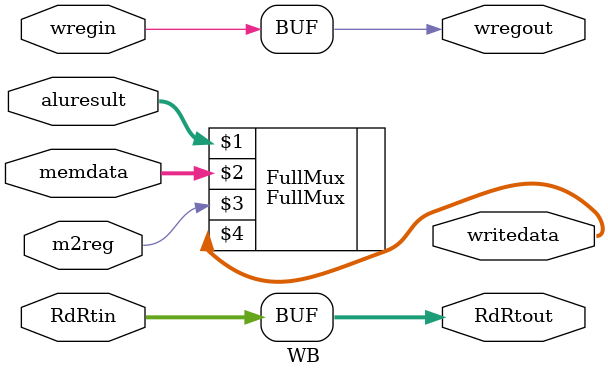
<source format=v>
`timescale 1ns / 1ps

module WB(
	input wregin, m2reg,
	input [4:0] RdRtin,
	input [63:0] aluresult, memdata,
	output wregout,
	output [4:0] RdRtout,
	output [63:0] writedata
	);

assign wregout = wregin;
assign RdRtout = RdRtin;

FullMux FullMux(aluresult, memdata, m2reg, writedata);

endmodule
</source>
